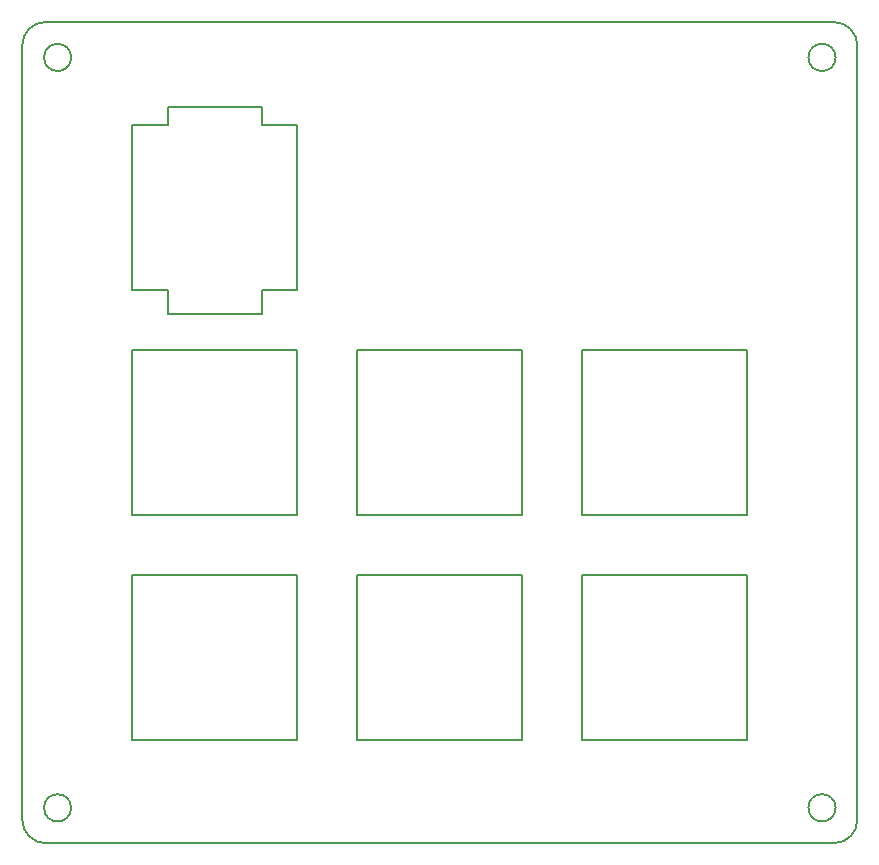
<source format=gbr>
G04 #@! TF.GenerationSoftware,KiCad,Pcbnew,(5.1.10)-1*
G04 #@! TF.CreationDate,2022-02-10T22:40:46+07:00*
G04 #@! TF.ProjectId,Plate,506c6174-652e-46b6-9963-61645f706362,rev?*
G04 #@! TF.SameCoordinates,Original*
G04 #@! TF.FileFunction,Profile,NP*
%FSLAX45Y45*%
G04 Gerber Fmt 4.5, Leading zero omitted, Abs format (unit mm)*
G04 Created by KiCad (PCBNEW (5.1.10)-1) date 2022-02-10 22:40:46*
%MOMM*%
%LPD*%
G01*
G04 APERTURE LIST*
G04 #@! TA.AperFunction,Profile*
%ADD10C,0.200000*%
G04 #@! TD*
G04 APERTURE END LIST*
D10*
X30206118Y-8153473D02*
X30206118Y-14706575D01*
X30006118Y-7953473D02*
G75*
G02*
X30206118Y-8153473I0J-200000D01*
G01*
X23333926Y-7953473D02*
X30006118Y-7953473D01*
X23133926Y-8153473D02*
G75*
G02*
X23333926Y-7953473I200000J0D01*
G01*
X23133926Y-14706575D02*
X23133926Y-8153473D01*
X23333926Y-14906575D02*
G75*
G02*
X23133926Y-14706575I0J200000D01*
G01*
X30006118Y-14906575D02*
X23333926Y-14906574D01*
X30206118Y-14706575D02*
G75*
G02*
X30006118Y-14906575I-200000J0D01*
G01*
X25970000Y-12635000D02*
X25970000Y-14035000D01*
X27370000Y-12635000D02*
X25970000Y-12635000D01*
X27370000Y-14035000D02*
X27370000Y-12635000D01*
X25970000Y-14035000D02*
X27370000Y-14035000D01*
X23548926Y-14606575D02*
G75*
G03*
X23548926Y-14606575I-115000J0D01*
G01*
X27370000Y-12130000D02*
X27370000Y-10730000D01*
X25970000Y-12130000D02*
X27370000Y-12130000D01*
X25970000Y-10730000D02*
X25970000Y-12130000D01*
X27370000Y-10730000D02*
X25970000Y-10730000D01*
X25465000Y-12635000D02*
X24065000Y-12635000D01*
X25465000Y-14035000D02*
X25465000Y-12635000D01*
X24065000Y-14035000D02*
X25465000Y-14035000D01*
X24065000Y-12635000D02*
X24065000Y-14035000D01*
X30021118Y-14606575D02*
G75*
G03*
X30021118Y-14606575I-115000J0D01*
G01*
X30021118Y-8253473D02*
G75*
G03*
X30021118Y-8253473I-115000J0D01*
G01*
X27875000Y-10730000D02*
X27875000Y-12130000D01*
X29275000Y-10730000D02*
X27875000Y-10730000D01*
X29275000Y-12130000D02*
X29275000Y-10730000D01*
X27875000Y-12130000D02*
X29275000Y-12130000D01*
X29275000Y-12635000D02*
X27875000Y-12635000D01*
X29275000Y-14035000D02*
X29275000Y-12635000D01*
X27875000Y-14035000D02*
X29275000Y-14035000D01*
X27875000Y-12635000D02*
X27875000Y-14035000D01*
X23548926Y-8253473D02*
G75*
G03*
X23548926Y-8253473I-115000J0D01*
G01*
X25465000Y-12130000D02*
X25465000Y-10730000D01*
X24065000Y-12130000D02*
X25465000Y-12130000D01*
X24065000Y-10730000D02*
X24065000Y-12130000D01*
X25465000Y-10730000D02*
X24065000Y-10730000D01*
X25465104Y-8825040D02*
X25165104Y-8825040D01*
X25465104Y-10225040D02*
X25465104Y-8825040D01*
X25165104Y-10225040D02*
X25465104Y-10225040D01*
X25165104Y-10425040D02*
X25165104Y-10225040D01*
X24365104Y-10425040D02*
X25165104Y-10425040D01*
X24365104Y-10225040D02*
X24365104Y-10425040D01*
X24065104Y-10225040D02*
X24365104Y-10225040D01*
X24065104Y-8825040D02*
X24065104Y-10225040D01*
X24365104Y-8825040D02*
X24065104Y-8825040D01*
X24365104Y-8675040D02*
X24365104Y-8825040D01*
X25165104Y-8675040D02*
X24365104Y-8675040D01*
X25165104Y-8825040D02*
X25165104Y-8675040D01*
M02*

</source>
